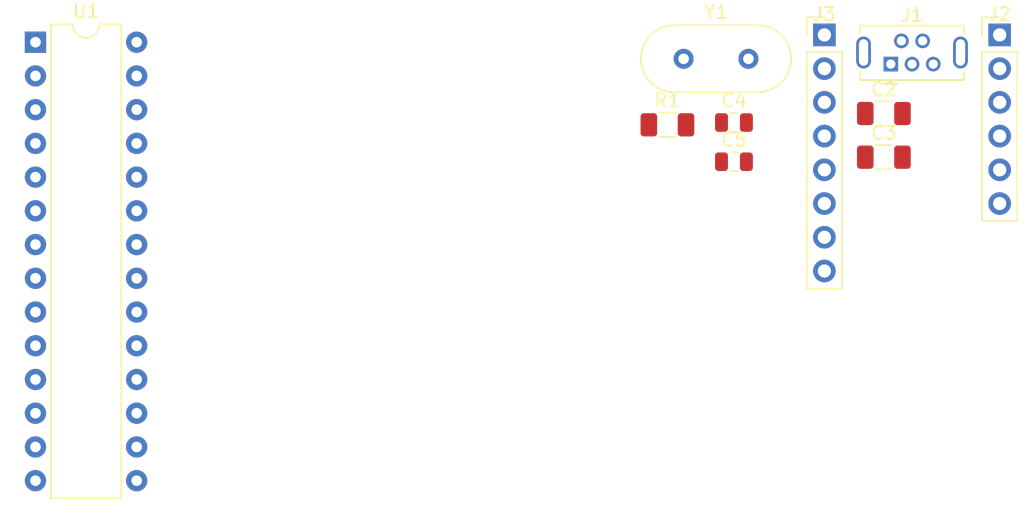
<source format=kicad_pcb>
(kicad_pcb (version 20171130) (host pcbnew "(5.1.2)-2")

  (general
    (thickness 1.6)
    (drawings 0)
    (tracks 0)
    (zones 0)
    (modules 10)
    (nets 30)
  )

  (page A4)
  (layers
    (0 F.Cu signal)
    (31 B.Cu signal)
    (32 B.Adhes user)
    (33 F.Adhes user)
    (34 B.Paste user)
    (35 F.Paste user)
    (36 B.SilkS user)
    (37 F.SilkS user)
    (38 B.Mask user)
    (39 F.Mask user)
    (40 Dwgs.User user)
    (41 Cmts.User user)
    (42 Eco1.User user)
    (43 Eco2.User user)
    (44 Edge.Cuts user)
    (45 Margin user)
    (46 B.CrtYd user)
    (47 F.CrtYd user)
    (48 B.Fab user)
    (49 F.Fab user)
  )

  (setup
    (last_trace_width 0.25)
    (trace_clearance 0.2)
    (zone_clearance 0.508)
    (zone_45_only no)
    (trace_min 0.2)
    (via_size 0.8)
    (via_drill 0.4)
    (via_min_size 0.4)
    (via_min_drill 0.3)
    (uvia_size 0.3)
    (uvia_drill 0.1)
    (uvias_allowed no)
    (uvia_min_size 0.2)
    (uvia_min_drill 0.1)
    (edge_width 0.05)
    (segment_width 0.2)
    (pcb_text_width 0.3)
    (pcb_text_size 1.5 1.5)
    (mod_edge_width 0.12)
    (mod_text_size 1 1)
    (mod_text_width 0.15)
    (pad_size 1.524 1.524)
    (pad_drill 0.762)
    (pad_to_mask_clearance 0.051)
    (solder_mask_min_width 0.25)
    (aux_axis_origin 0 0)
    (visible_elements FFFFFF7F)
    (pcbplotparams
      (layerselection 0x010fc_ffffffff)
      (usegerberextensions false)
      (usegerberattributes false)
      (usegerberadvancedattributes false)
      (creategerberjobfile false)
      (excludeedgelayer true)
      (linewidth 0.100000)
      (plotframeref false)
      (viasonmask false)
      (mode 1)
      (useauxorigin false)
      (hpglpennumber 1)
      (hpglpenspeed 20)
      (hpglpendiameter 15.000000)
      (psnegative false)
      (psa4output false)
      (plotreference true)
      (plotvalue true)
      (plotinvisibletext false)
      (padsonsilk false)
      (subtractmaskfromsilk false)
      (outputformat 1)
      (mirror false)
      (drillshape 1)
      (scaleselection 1)
      (outputdirectory ""))
  )

  (net 0 "")
  (net 1 VBUS)
  (net 2 GND)
  (net 3 "Net-(C3-Pad1)")
  (net 4 "Net-(C4-Pad1)")
  (net 5 "Net-(C5-Pad1)")
  (net 6 "Net-(J1-Pad4)")
  (net 7 "Net-(J1-Pad3)")
  (net 8 "Net-(J1-Pad2)")
  (net 9 "Net-(J2-Pad6)")
  (net 10 "Net-(J2-Pad5)")
  (net 11 "Net-(J2-Pad4)")
  (net 12 "Net-(J2-Pad1)")
  (net 13 "Net-(J3-Pad6)")
  (net 14 "Net-(J3-Pad5)")
  (net 15 "Net-(J3-Pad4)")
  (net 16 "Net-(J3-Pad3)")
  (net 17 "Net-(J3-Pad2)")
  (net 18 "Net-(J3-Pad1)")
  (net 19 "Net-(U1-Pad13)")
  (net 20 "Net-(U1-Pad12)")
  (net 21 "Net-(U1-Pad11)")
  (net 22 "Net-(U1-Pad7)")
  (net 23 "Net-(U1-Pad6)")
  (net 24 "Net-(U1-Pad5)")
  (net 25 "Net-(U1-Pad18)")
  (net 26 "Net-(U1-Pad4)")
  (net 27 "Net-(U1-Pad17)")
  (net 28 "Net-(U1-Pad3)")
  (net 29 "Net-(U1-Pad2)")

  (net_class Default "This is the default net class."
    (clearance 0.2)
    (trace_width 0.25)
    (via_dia 0.8)
    (via_drill 0.4)
    (uvia_dia 0.3)
    (uvia_drill 0.1)
    (add_net GND)
    (add_net "Net-(C3-Pad1)")
    (add_net "Net-(C4-Pad1)")
    (add_net "Net-(C5-Pad1)")
    (add_net "Net-(J1-Pad2)")
    (add_net "Net-(J1-Pad3)")
    (add_net "Net-(J1-Pad4)")
    (add_net "Net-(J2-Pad1)")
    (add_net "Net-(J2-Pad4)")
    (add_net "Net-(J2-Pad5)")
    (add_net "Net-(J2-Pad6)")
    (add_net "Net-(J3-Pad1)")
    (add_net "Net-(J3-Pad2)")
    (add_net "Net-(J3-Pad3)")
    (add_net "Net-(J3-Pad4)")
    (add_net "Net-(J3-Pad5)")
    (add_net "Net-(J3-Pad6)")
    (add_net "Net-(U1-Pad11)")
    (add_net "Net-(U1-Pad12)")
    (add_net "Net-(U1-Pad13)")
    (add_net "Net-(U1-Pad17)")
    (add_net "Net-(U1-Pad18)")
    (add_net "Net-(U1-Pad2)")
    (add_net "Net-(U1-Pad3)")
    (add_net "Net-(U1-Pad4)")
    (add_net "Net-(U1-Pad5)")
    (add_net "Net-(U1-Pad6)")
    (add_net "Net-(U1-Pad7)")
    (add_net VBUS)
  )

  (module Connector_PinHeader_2.54mm:PinHeader_1x08_P2.54mm_Vertical (layer F.Cu) (tedit 59FED5CC) (tstamp 5D4AE1BF)
    (at 114.9 49.96)
    (descr "Through hole straight pin header, 1x08, 2.54mm pitch, single row")
    (tags "Through hole pin header THT 1x08 2.54mm single row")
    (path /5D4523CB)
    (fp_text reference J3 (at 0 -1.56) (layer F.SilkS)
      (effects (font (size 1 1) (thickness 0.15)))
    )
    (fp_text value "Pad Interface" (at 0 8.56) (layer F.Fab)
      (effects (font (size 1 1) (thickness 0.15)))
    )
    (fp_text user %R (at 0 3.5 90) (layer F.Fab)
      (effects (font (size 0.76 0.76) (thickness 0.114)))
    )
    (fp_line (start 1.8 -1.8) (end -1.8 -1.8) (layer F.CrtYd) (width 0.05))
    (fp_line (start 1.8 19.55) (end 1.8 -1.8) (layer F.CrtYd) (width 0.05))
    (fp_line (start -1.8 19.55) (end 1.8 19.55) (layer F.CrtYd) (width 0.05))
    (fp_line (start -1.8 -1.8) (end -1.8 19.55) (layer F.CrtYd) (width 0.05))
    (fp_line (start -1.33 -1.33) (end 0 -1.33) (layer F.SilkS) (width 0.12))
    (fp_line (start -1.33 0) (end -1.33 -1.33) (layer F.SilkS) (width 0.12))
    (fp_line (start -1.33 1.27) (end 1.33 1.27) (layer F.SilkS) (width 0.12))
    (fp_line (start 1.33 1.27) (end 1.33 19.11) (layer F.SilkS) (width 0.12))
    (fp_line (start -1.33 1.27) (end -1.33 19.11) (layer F.SilkS) (width 0.12))
    (fp_line (start -1.33 19.11) (end 1.33 19.11) (layer F.SilkS) (width 0.12))
    (fp_line (start -1.27 -0.635) (end -0.635 -1.27) (layer F.Fab) (width 0.1))
    (fp_line (start -1.27 19.05) (end -1.27 -0.635) (layer F.Fab) (width 0.1))
    (fp_line (start 1.27 19.05) (end -1.27 19.05) (layer F.Fab) (width 0.1))
    (fp_line (start 1.27 -1.27) (end 1.27 19.05) (layer F.Fab) (width 0.1))
    (fp_line (start -0.635 -1.27) (end 1.27 -1.27) (layer F.Fab) (width 0.1))
    (pad 8 thru_hole oval (at 0 17.78) (size 1.7 1.7) (drill 1) (layers *.Cu *.Mask)
      (net 2 GND))
    (pad 7 thru_hole oval (at 0 15.24) (size 1.7 1.7) (drill 1) (layers *.Cu *.Mask)
      (net 2 GND))
    (pad 6 thru_hole oval (at 0 12.7) (size 1.7 1.7) (drill 1) (layers *.Cu *.Mask)
      (net 13 "Net-(J3-Pad6)"))
    (pad 5 thru_hole oval (at 0 10.16) (size 1.7 1.7) (drill 1) (layers *.Cu *.Mask)
      (net 14 "Net-(J3-Pad5)"))
    (pad 4 thru_hole oval (at 0 7.62) (size 1.7 1.7) (drill 1) (layers *.Cu *.Mask)
      (net 15 "Net-(J3-Pad4)"))
    (pad 3 thru_hole oval (at 0 5.08) (size 1.7 1.7) (drill 1) (layers *.Cu *.Mask)
      (net 16 "Net-(J3-Pad3)"))
    (pad 2 thru_hole oval (at 0 2.54) (size 1.7 1.7) (drill 1) (layers *.Cu *.Mask)
      (net 17 "Net-(J3-Pad2)"))
    (pad 1 thru_hole rect (at 0 0) (size 1.7 1.7) (drill 1) (layers *.Cu *.Mask)
      (net 18 "Net-(J3-Pad1)"))
    (model ${KISYS3DMOD}/Connector_PinHeader_2.54mm.3dshapes/PinHeader_1x08_P2.54mm_Vertical.wrl
      (at (xyz 0 0 0))
      (scale (xyz 1 1 1))
      (rotate (xyz 0 0 0))
    )
  )

  (module Connector_PinHeader_2.54mm:PinHeader_1x06_P2.54mm_Vertical (layer F.Cu) (tedit 59FED5CC) (tstamp 5D4AE1A1)
    (at 128.1 49.96)
    (descr "Through hole straight pin header, 1x06, 2.54mm pitch, single row")
    (tags "Through hole pin header THT 1x06 2.54mm single row")
    (path /5D43E2B2)
    (fp_text reference J2 (at 0 -1.56) (layer F.SilkS)
      (effects (font (size 1 1) (thickness 0.15)))
    )
    (fp_text value ICSP (at 0 6.56) (layer F.Fab)
      (effects (font (size 1 1) (thickness 0.15)))
    )
    (fp_text user %R (at 0 2.5 90) (layer F.Fab)
      (effects (font (size 0.76 0.76) (thickness 0.114)))
    )
    (fp_line (start 1.8 -1.8) (end -1.8 -1.8) (layer F.CrtYd) (width 0.05))
    (fp_line (start 1.8 14.5) (end 1.8 -1.8) (layer F.CrtYd) (width 0.05))
    (fp_line (start -1.8 14.5) (end 1.8 14.5) (layer F.CrtYd) (width 0.05))
    (fp_line (start -1.8 -1.8) (end -1.8 14.5) (layer F.CrtYd) (width 0.05))
    (fp_line (start -1.33 -1.33) (end 0 -1.33) (layer F.SilkS) (width 0.12))
    (fp_line (start -1.33 0) (end -1.33 -1.33) (layer F.SilkS) (width 0.12))
    (fp_line (start -1.33 1.27) (end 1.33 1.27) (layer F.SilkS) (width 0.12))
    (fp_line (start 1.33 1.27) (end 1.33 14.03) (layer F.SilkS) (width 0.12))
    (fp_line (start -1.33 1.27) (end -1.33 14.03) (layer F.SilkS) (width 0.12))
    (fp_line (start -1.33 14.03) (end 1.33 14.03) (layer F.SilkS) (width 0.12))
    (fp_line (start -1.27 -0.635) (end -0.635 -1.27) (layer F.Fab) (width 0.1))
    (fp_line (start -1.27 13.97) (end -1.27 -0.635) (layer F.Fab) (width 0.1))
    (fp_line (start 1.27 13.97) (end -1.27 13.97) (layer F.Fab) (width 0.1))
    (fp_line (start 1.27 -1.27) (end 1.27 13.97) (layer F.Fab) (width 0.1))
    (fp_line (start -0.635 -1.27) (end 1.27 -1.27) (layer F.Fab) (width 0.1))
    (pad 6 thru_hole oval (at 0 12.7) (size 1.7 1.7) (drill 1) (layers *.Cu *.Mask)
      (net 9 "Net-(J2-Pad6)"))
    (pad 5 thru_hole oval (at 0 10.16) (size 1.7 1.7) (drill 1) (layers *.Cu *.Mask)
      (net 10 "Net-(J2-Pad5)"))
    (pad 4 thru_hole oval (at 0 7.62) (size 1.7 1.7) (drill 1) (layers *.Cu *.Mask)
      (net 11 "Net-(J2-Pad4)"))
    (pad 3 thru_hole oval (at 0 5.08) (size 1.7 1.7) (drill 1) (layers *.Cu *.Mask)
      (net 2 GND))
    (pad 2 thru_hole oval (at 0 2.54) (size 1.7 1.7) (drill 1) (layers *.Cu *.Mask)
      (net 1 VBUS))
    (pad 1 thru_hole rect (at 0 0) (size 1.7 1.7) (drill 1) (layers *.Cu *.Mask)
      (net 12 "Net-(J2-Pad1)"))
    (model ${KISYS3DMOD}/Connector_PinHeader_2.54mm.3dshapes/PinHeader_1x06_P2.54mm_Vertical.wrl
      (at (xyz 0 0 0))
      (scale (xyz 1 1 1))
      (rotate (xyz 0 0 0))
    )
  )

  (module Crystal:Crystal_HC49-U_Vertical (layer F.Cu) (tedit 5A1AD3B8) (tstamp 5D4AE217)
    (at 104.3 51.76)
    (descr "Crystal THT HC-49/U http://5hertz.com/pdfs/04404_D.pdf")
    (tags "THT crystalHC-49/U")
    (path /5D48C585)
    (fp_text reference Y1 (at 2.44 -3.525) (layer F.SilkS)
      (effects (font (size 1 1) (thickness 0.15)))
    )
    (fp_text value "12 MHz" (at 2.44 3.525) (layer F.Fab)
      (effects (font (size 1 1) (thickness 0.15)))
    )
    (fp_arc (start 5.565 0) (end 5.565 -2.525) (angle 180) (layer F.SilkS) (width 0.12))
    (fp_arc (start -0.685 0) (end -0.685 -2.525) (angle -180) (layer F.SilkS) (width 0.12))
    (fp_arc (start 5.44 0) (end 5.44 -2) (angle 180) (layer F.Fab) (width 0.1))
    (fp_arc (start -0.56 0) (end -0.56 -2) (angle -180) (layer F.Fab) (width 0.1))
    (fp_arc (start 5.565 0) (end 5.565 -2.325) (angle 180) (layer F.Fab) (width 0.1))
    (fp_arc (start -0.685 0) (end -0.685 -2.325) (angle -180) (layer F.Fab) (width 0.1))
    (fp_line (start 8.4 -2.8) (end -3.5 -2.8) (layer F.CrtYd) (width 0.05))
    (fp_line (start 8.4 2.8) (end 8.4 -2.8) (layer F.CrtYd) (width 0.05))
    (fp_line (start -3.5 2.8) (end 8.4 2.8) (layer F.CrtYd) (width 0.05))
    (fp_line (start -3.5 -2.8) (end -3.5 2.8) (layer F.CrtYd) (width 0.05))
    (fp_line (start -0.685 2.525) (end 5.565 2.525) (layer F.SilkS) (width 0.12))
    (fp_line (start -0.685 -2.525) (end 5.565 -2.525) (layer F.SilkS) (width 0.12))
    (fp_line (start -0.56 2) (end 5.44 2) (layer F.Fab) (width 0.1))
    (fp_line (start -0.56 -2) (end 5.44 -2) (layer F.Fab) (width 0.1))
    (fp_line (start -0.685 2.325) (end 5.565 2.325) (layer F.Fab) (width 0.1))
    (fp_line (start -0.685 -2.325) (end 5.565 -2.325) (layer F.Fab) (width 0.1))
    (fp_text user %R (at 2.44 0) (layer F.Fab)
      (effects (font (size 1 1) (thickness 0.15)))
    )
    (pad 2 thru_hole circle (at 4.88 0) (size 1.5 1.5) (drill 0.8) (layers *.Cu *.Mask)
      (net 4 "Net-(C4-Pad1)"))
    (pad 1 thru_hole circle (at 0 0) (size 1.5 1.5) (drill 0.8) (layers *.Cu *.Mask)
      (net 5 "Net-(C5-Pad1)"))
    (model ${KISYS3DMOD}/Crystal.3dshapes/Crystal_HC49-U_Vertical.wrl
      (at (xyz 0 0 0))
      (scale (xyz 1 1 1))
      (rotate (xyz 0 0 0))
    )
  )

  (module Package_DIP:DIP-28_W7.62mm (layer F.Cu) (tedit 5A02E8C5) (tstamp 5D4AE200)
    (at 55.49 50.51)
    (descr "28-lead though-hole mounted DIP package, row spacing 7.62 mm (300 mils)")
    (tags "THT DIP DIL PDIP 2.54mm 7.62mm 300mil")
    (path /5D3FCD9F)
    (fp_text reference U1 (at 3.81 -2.33) (layer F.SilkS)
      (effects (font (size 1 1) (thickness 0.15)))
    )
    (fp_text value PIC18F2550-ISP (at 3.81 35.35) (layer F.Fab)
      (effects (font (size 1 1) (thickness 0.15)))
    )
    (fp_text user %R (at 3.81 16.51) (layer F.Fab)
      (effects (font (size 1 1) (thickness 0.15)))
    )
    (fp_line (start 8.7 -1.55) (end -1.1 -1.55) (layer F.CrtYd) (width 0.05))
    (fp_line (start 8.7 34.55) (end 8.7 -1.55) (layer F.CrtYd) (width 0.05))
    (fp_line (start -1.1 34.55) (end 8.7 34.55) (layer F.CrtYd) (width 0.05))
    (fp_line (start -1.1 -1.55) (end -1.1 34.55) (layer F.CrtYd) (width 0.05))
    (fp_line (start 6.46 -1.33) (end 4.81 -1.33) (layer F.SilkS) (width 0.12))
    (fp_line (start 6.46 34.35) (end 6.46 -1.33) (layer F.SilkS) (width 0.12))
    (fp_line (start 1.16 34.35) (end 6.46 34.35) (layer F.SilkS) (width 0.12))
    (fp_line (start 1.16 -1.33) (end 1.16 34.35) (layer F.SilkS) (width 0.12))
    (fp_line (start 2.81 -1.33) (end 1.16 -1.33) (layer F.SilkS) (width 0.12))
    (fp_line (start 0.635 -0.27) (end 1.635 -1.27) (layer F.Fab) (width 0.1))
    (fp_line (start 0.635 34.29) (end 0.635 -0.27) (layer F.Fab) (width 0.1))
    (fp_line (start 6.985 34.29) (end 0.635 34.29) (layer F.Fab) (width 0.1))
    (fp_line (start 6.985 -1.27) (end 6.985 34.29) (layer F.Fab) (width 0.1))
    (fp_line (start 1.635 -1.27) (end 6.985 -1.27) (layer F.Fab) (width 0.1))
    (fp_arc (start 3.81 -1.33) (end 2.81 -1.33) (angle -180) (layer F.SilkS) (width 0.12))
    (pad 28 thru_hole oval (at 7.62 0) (size 1.6 1.6) (drill 0.8) (layers *.Cu *.Mask)
      (net 11 "Net-(J2-Pad4)"))
    (pad 14 thru_hole oval (at 0 33.02) (size 1.6 1.6) (drill 0.8) (layers *.Cu *.Mask)
      (net 3 "Net-(C3-Pad1)"))
    (pad 27 thru_hole oval (at 7.62 2.54) (size 1.6 1.6) (drill 0.8) (layers *.Cu *.Mask)
      (net 10 "Net-(J2-Pad5)"))
    (pad 13 thru_hole oval (at 0 30.48) (size 1.6 1.6) (drill 0.8) (layers *.Cu *.Mask)
      (net 19 "Net-(U1-Pad13)"))
    (pad 26 thru_hole oval (at 7.62 5.08) (size 1.6 1.6) (drill 0.8) (layers *.Cu *.Mask)
      (net 13 "Net-(J3-Pad6)"))
    (pad 12 thru_hole oval (at 0 27.94) (size 1.6 1.6) (drill 0.8) (layers *.Cu *.Mask)
      (net 20 "Net-(U1-Pad12)"))
    (pad 25 thru_hole oval (at 7.62 7.62) (size 1.6 1.6) (drill 0.8) (layers *.Cu *.Mask)
      (net 14 "Net-(J3-Pad5)"))
    (pad 11 thru_hole oval (at 0 25.4) (size 1.6 1.6) (drill 0.8) (layers *.Cu *.Mask)
      (net 21 "Net-(U1-Pad11)"))
    (pad 24 thru_hole oval (at 7.62 10.16) (size 1.6 1.6) (drill 0.8) (layers *.Cu *.Mask)
      (net 15 "Net-(J3-Pad4)"))
    (pad 10 thru_hole oval (at 0 22.86) (size 1.6 1.6) (drill 0.8) (layers *.Cu *.Mask)
      (net 4 "Net-(C4-Pad1)"))
    (pad 23 thru_hole oval (at 7.62 12.7) (size 1.6 1.6) (drill 0.8) (layers *.Cu *.Mask)
      (net 16 "Net-(J3-Pad3)"))
    (pad 9 thru_hole oval (at 0 20.32) (size 1.6 1.6) (drill 0.8) (layers *.Cu *.Mask)
      (net 5 "Net-(C5-Pad1)"))
    (pad 22 thru_hole oval (at 7.62 15.24) (size 1.6 1.6) (drill 0.8) (layers *.Cu *.Mask)
      (net 17 "Net-(J3-Pad2)"))
    (pad 8 thru_hole oval (at 0 17.78) (size 1.6 1.6) (drill 0.8) (layers *.Cu *.Mask)
      (net 2 GND))
    (pad 21 thru_hole oval (at 7.62 17.78) (size 1.6 1.6) (drill 0.8) (layers *.Cu *.Mask)
      (net 18 "Net-(J3-Pad1)"))
    (pad 7 thru_hole oval (at 0 15.24) (size 1.6 1.6) (drill 0.8) (layers *.Cu *.Mask)
      (net 22 "Net-(U1-Pad7)"))
    (pad 20 thru_hole oval (at 7.62 20.32) (size 1.6 1.6) (drill 0.8) (layers *.Cu *.Mask)
      (net 1 VBUS))
    (pad 6 thru_hole oval (at 0 12.7) (size 1.6 1.6) (drill 0.8) (layers *.Cu *.Mask)
      (net 23 "Net-(U1-Pad6)"))
    (pad 19 thru_hole oval (at 7.62 22.86) (size 1.6 1.6) (drill 0.8) (layers *.Cu *.Mask)
      (net 2 GND))
    (pad 5 thru_hole oval (at 0 10.16) (size 1.6 1.6) (drill 0.8) (layers *.Cu *.Mask)
      (net 24 "Net-(U1-Pad5)"))
    (pad 18 thru_hole oval (at 7.62 25.4) (size 1.6 1.6) (drill 0.8) (layers *.Cu *.Mask)
      (net 25 "Net-(U1-Pad18)"))
    (pad 4 thru_hole oval (at 0 7.62) (size 1.6 1.6) (drill 0.8) (layers *.Cu *.Mask)
      (net 26 "Net-(U1-Pad4)"))
    (pad 17 thru_hole oval (at 7.62 27.94) (size 1.6 1.6) (drill 0.8) (layers *.Cu *.Mask)
      (net 27 "Net-(U1-Pad17)"))
    (pad 3 thru_hole oval (at 0 5.08) (size 1.6 1.6) (drill 0.8) (layers *.Cu *.Mask)
      (net 28 "Net-(U1-Pad3)"))
    (pad 16 thru_hole oval (at 7.62 30.48) (size 1.6 1.6) (drill 0.8) (layers *.Cu *.Mask)
      (net 7 "Net-(J1-Pad3)"))
    (pad 2 thru_hole oval (at 0 2.54) (size 1.6 1.6) (drill 0.8) (layers *.Cu *.Mask)
      (net 29 "Net-(U1-Pad2)"))
    (pad 15 thru_hole oval (at 7.62 33.02) (size 1.6 1.6) (drill 0.8) (layers *.Cu *.Mask)
      (net 8 "Net-(J1-Pad2)"))
    (pad 1 thru_hole rect (at 0 0) (size 1.6 1.6) (drill 0.8) (layers *.Cu *.Mask)
      (net 12 "Net-(J2-Pad1)"))
    (model ${KISYS3DMOD}/Package_DIP.3dshapes/DIP-28_W7.62mm.wrl
      (at (xyz 0 0 0))
      (scale (xyz 1 1 1))
      (rotate (xyz 0 0 0))
    )
  )

  (module Resistor_SMD:R_1206_3216Metric (layer F.Cu) (tedit 5B301BBD) (tstamp 5D4AE1D0)
    (at 103.08 56.73)
    (descr "Resistor SMD 1206 (3216 Metric), square (rectangular) end terminal, IPC_7351 nominal, (Body size source: http://www.tortai-tech.com/upload/download/2011102023233369053.pdf), generated with kicad-footprint-generator")
    (tags resistor)
    (path /5D441861)
    (attr smd)
    (fp_text reference R1 (at 0 -1.82) (layer F.SilkS)
      (effects (font (size 1 1) (thickness 0.15)))
    )
    (fp_text value 10k (at 0 1.82) (layer F.Fab)
      (effects (font (size 1 1) (thickness 0.15)))
    )
    (fp_text user %R (at 0 0) (layer F.Fab)
      (effects (font (size 0.8 0.8) (thickness 0.12)))
    )
    (fp_line (start 2.28 1.12) (end -2.28 1.12) (layer F.CrtYd) (width 0.05))
    (fp_line (start 2.28 -1.12) (end 2.28 1.12) (layer F.CrtYd) (width 0.05))
    (fp_line (start -2.28 -1.12) (end 2.28 -1.12) (layer F.CrtYd) (width 0.05))
    (fp_line (start -2.28 1.12) (end -2.28 -1.12) (layer F.CrtYd) (width 0.05))
    (fp_line (start -0.602064 0.91) (end 0.602064 0.91) (layer F.SilkS) (width 0.12))
    (fp_line (start -0.602064 -0.91) (end 0.602064 -0.91) (layer F.SilkS) (width 0.12))
    (fp_line (start 1.6 0.8) (end -1.6 0.8) (layer F.Fab) (width 0.1))
    (fp_line (start 1.6 -0.8) (end 1.6 0.8) (layer F.Fab) (width 0.1))
    (fp_line (start -1.6 -0.8) (end 1.6 -0.8) (layer F.Fab) (width 0.1))
    (fp_line (start -1.6 0.8) (end -1.6 -0.8) (layer F.Fab) (width 0.1))
    (pad 2 smd roundrect (at 1.4 0) (size 1.25 1.75) (layers F.Cu F.Paste F.Mask) (roundrect_rratio 0.2)
      (net 12 "Net-(J2-Pad1)"))
    (pad 1 smd roundrect (at -1.4 0) (size 1.25 1.75) (layers F.Cu F.Paste F.Mask) (roundrect_rratio 0.2)
      (net 1 VBUS))
    (model ${KISYS3DMOD}/Resistor_SMD.3dshapes/R_1206_3216Metric.wrl
      (at (xyz 0 0 0))
      (scale (xyz 1 1 1))
      (rotate (xyz 0 0 0))
    )
  )

  (module Connector_USB:USB_Mini-B_Tensility_54-00023_Vertical (layer F.Cu) (tedit 5A24F112) (tstamp 5D4AE185)
    (at 119.9 52.16)
    (descr http://www.tensility.com/pdffiles/54-00023.pdf)
    (tags "usb mini receptacle vertical")
    (path /5D43EC57)
    (fp_text reference J1 (at 1.6 -3.7) (layer F.SilkS)
      (effects (font (size 1 1) (thickness 0.15)))
    )
    (fp_text value USB_B_Mini (at 1.5 2.2) (layer F.Fab)
      (effects (font (size 1 1) (thickness 0.15)))
    )
    (fp_line (start 5.5 -2.9) (end 5.5 -2.3) (layer F.SilkS) (width 0.15))
    (fp_text user %R (at 1.5 -1) (layer F.Fab)
      (effects (font (size 1 1) (thickness 0.15)))
    )
    (fp_line (start 6 -3.2) (end -2.8 -3.2) (layer F.CrtYd) (width 0.05))
    (fp_line (start 6 1.5) (end 6 -3.2) (layer F.CrtYd) (width 0.05))
    (fp_line (start -2.8 1.5) (end 6 1.5) (layer F.CrtYd) (width 0.05))
    (fp_line (start -2.8 -3.2) (end -2.8 1.5) (layer F.CrtYd) (width 0.05))
    (fp_line (start -2.3 -2.3) (end -2.3 -2.9) (layer F.SilkS) (width 0.15))
    (fp_line (start 5.5 1.2) (end 5.5 0.6) (layer F.SilkS) (width 0.15))
    (fp_line (start -2.3 1.2) (end 5.5 1.2) (layer F.SilkS) (width 0.15))
    (fp_line (start -2.3 0.6) (end -2.3 1.2) (layer F.SilkS) (width 0.15))
    (fp_line (start -2.3 -2.9) (end 5.5 -2.9) (layer F.SilkS) (width 0.15))
    (fp_line (start -2 0.9) (end -2 -2.6) (layer F.Fab) (width 0.15))
    (fp_line (start 5.2 -2.6) (end -2 -2.6) (layer F.Fab) (width 0.15))
    (fp_line (start 5.2 -2.6) (end 5.2 0.9) (layer F.Fab) (width 0.15))
    (fp_line (start 0.7 0.9) (end 5.2 0.9) (layer F.Fab) (width 0.15))
    (fp_line (start 0 0.2) (end 0.7 0.9) (layer F.Fab) (width 0.15))
    (fp_line (start -0.7 0.9) (end 0 0.2) (layer F.Fab) (width 0.15))
    (fp_line (start -2 0.9) (end -0.7 0.9) (layer F.Fab) (width 0.15))
    (fp_line (start -0.5 1.5) (end 0.5 1.5) (layer F.SilkS) (width 0.15))
    (pad 6 thru_hole oval (at 5.25 -0.875) (size 1.1 2.4) (drill oval 0.7 2) (layers *.Cu *.Mask)
      (net 2 GND))
    (pad 6 thru_hole oval (at -2.05 -0.875) (size 1.1 2.4) (drill oval 0.7 2) (layers *.Cu *.Mask)
      (net 2 GND))
    (pad 5 thru_hole circle (at 3.2 0) (size 1.1 1.1) (drill 0.7) (layers *.Cu *.Mask)
      (net 2 GND))
    (pad 4 thru_hole circle (at 2.4 -1.75) (size 1.1 1.1) (drill 0.7) (layers *.Cu *.Mask)
      (net 6 "Net-(J1-Pad4)"))
    (pad 3 thru_hole circle (at 1.6 0) (size 1.1 1.1) (drill 0.7) (layers *.Cu *.Mask)
      (net 7 "Net-(J1-Pad3)"))
    (pad 2 thru_hole circle (at 0.8 -1.75) (size 1.1 1.1) (drill 0.7) (layers *.Cu *.Mask)
      (net 8 "Net-(J1-Pad2)"))
    (pad 1 thru_hole rect (at 0 0) (size 1.1 1.1) (drill 0.7) (layers *.Cu *.Mask)
      (net 1 VBUS))
    (model ${KISYS3DMOD}/Connector_USB.3dshapes/USB_Mini-B_Tensility_54-00023_Vertical.wrl
      (at (xyz 0 0 0))
      (scale (xyz 1 1 1))
      (rotate (xyz 0 0 0))
    )
  )

  (module Capacitor_SMD:C_0805_2012Metric (layer F.Cu) (tedit 5B36C52B) (tstamp 5D4AE167)
    (at 108.09 59.51)
    (descr "Capacitor SMD 0805 (2012 Metric), square (rectangular) end terminal, IPC_7351 nominal, (Body size source: https://docs.google.com/spreadsheets/d/1BsfQQcO9C6DZCsRaXUlFlo91Tg2WpOkGARC1WS5S8t0/edit?usp=sharing), generated with kicad-footprint-generator")
    (tags capacitor)
    (path /5D44EC47)
    (attr smd)
    (fp_text reference C5 (at 0 -1.65) (layer F.SilkS)
      (effects (font (size 1 1) (thickness 0.15)))
    )
    (fp_text value 22pF (at 0 1.65) (layer F.Fab)
      (effects (font (size 1 1) (thickness 0.15)))
    )
    (fp_text user %R (at 0 0) (layer F.Fab)
      (effects (font (size 0.5 0.5) (thickness 0.08)))
    )
    (fp_line (start 1.68 0.95) (end -1.68 0.95) (layer F.CrtYd) (width 0.05))
    (fp_line (start 1.68 -0.95) (end 1.68 0.95) (layer F.CrtYd) (width 0.05))
    (fp_line (start -1.68 -0.95) (end 1.68 -0.95) (layer F.CrtYd) (width 0.05))
    (fp_line (start -1.68 0.95) (end -1.68 -0.95) (layer F.CrtYd) (width 0.05))
    (fp_line (start -0.258578 0.71) (end 0.258578 0.71) (layer F.SilkS) (width 0.12))
    (fp_line (start -0.258578 -0.71) (end 0.258578 -0.71) (layer F.SilkS) (width 0.12))
    (fp_line (start 1 0.6) (end -1 0.6) (layer F.Fab) (width 0.1))
    (fp_line (start 1 -0.6) (end 1 0.6) (layer F.Fab) (width 0.1))
    (fp_line (start -1 -0.6) (end 1 -0.6) (layer F.Fab) (width 0.1))
    (fp_line (start -1 0.6) (end -1 -0.6) (layer F.Fab) (width 0.1))
    (pad 2 smd roundrect (at 0.9375 0) (size 0.975 1.4) (layers F.Cu F.Paste F.Mask) (roundrect_rratio 0.25)
      (net 2 GND))
    (pad 1 smd roundrect (at -0.9375 0) (size 0.975 1.4) (layers F.Cu F.Paste F.Mask) (roundrect_rratio 0.25)
      (net 5 "Net-(C5-Pad1)"))
    (model ${KISYS3DMOD}/Capacitor_SMD.3dshapes/C_0805_2012Metric.wrl
      (at (xyz 0 0 0))
      (scale (xyz 1 1 1))
      (rotate (xyz 0 0 0))
    )
  )

  (module Capacitor_SMD:C_0805_2012Metric (layer F.Cu) (tedit 5B36C52B) (tstamp 5D4AE156)
    (at 108.09 56.56)
    (descr "Capacitor SMD 0805 (2012 Metric), square (rectangular) end terminal, IPC_7351 nominal, (Body size source: https://docs.google.com/spreadsheets/d/1BsfQQcO9C6DZCsRaXUlFlo91Tg2WpOkGARC1WS5S8t0/edit?usp=sharing), generated with kicad-footprint-generator")
    (tags capacitor)
    (path /5D44E028)
    (attr smd)
    (fp_text reference C4 (at 0 -1.65) (layer F.SilkS)
      (effects (font (size 1 1) (thickness 0.15)))
    )
    (fp_text value 22pF (at 0 1.65) (layer F.Fab)
      (effects (font (size 1 1) (thickness 0.15)))
    )
    (fp_text user %R (at 0 0) (layer F.Fab)
      (effects (font (size 0.5 0.5) (thickness 0.08)))
    )
    (fp_line (start 1.68 0.95) (end -1.68 0.95) (layer F.CrtYd) (width 0.05))
    (fp_line (start 1.68 -0.95) (end 1.68 0.95) (layer F.CrtYd) (width 0.05))
    (fp_line (start -1.68 -0.95) (end 1.68 -0.95) (layer F.CrtYd) (width 0.05))
    (fp_line (start -1.68 0.95) (end -1.68 -0.95) (layer F.CrtYd) (width 0.05))
    (fp_line (start -0.258578 0.71) (end 0.258578 0.71) (layer F.SilkS) (width 0.12))
    (fp_line (start -0.258578 -0.71) (end 0.258578 -0.71) (layer F.SilkS) (width 0.12))
    (fp_line (start 1 0.6) (end -1 0.6) (layer F.Fab) (width 0.1))
    (fp_line (start 1 -0.6) (end 1 0.6) (layer F.Fab) (width 0.1))
    (fp_line (start -1 -0.6) (end 1 -0.6) (layer F.Fab) (width 0.1))
    (fp_line (start -1 0.6) (end -1 -0.6) (layer F.Fab) (width 0.1))
    (pad 2 smd roundrect (at 0.9375 0) (size 0.975 1.4) (layers F.Cu F.Paste F.Mask) (roundrect_rratio 0.25)
      (net 2 GND))
    (pad 1 smd roundrect (at -0.9375 0) (size 0.975 1.4) (layers F.Cu F.Paste F.Mask) (roundrect_rratio 0.25)
      (net 4 "Net-(C4-Pad1)"))
    (model ${KISYS3DMOD}/Capacitor_SMD.3dshapes/C_0805_2012Metric.wrl
      (at (xyz 0 0 0))
      (scale (xyz 1 1 1))
      (rotate (xyz 0 0 0))
    )
  )

  (module Capacitor_SMD:C_1206_3216Metric (layer F.Cu) (tedit 5B301BBE) (tstamp 5D4AE145)
    (at 119.38 59.17)
    (descr "Capacitor SMD 1206 (3216 Metric), square (rectangular) end terminal, IPC_7351 nominal, (Body size source: http://www.tortai-tech.com/upload/download/2011102023233369053.pdf), generated with kicad-footprint-generator")
    (tags capacitor)
    (path /5D408360)
    (attr smd)
    (fp_text reference C3 (at 0 -1.82) (layer F.SilkS)
      (effects (font (size 1 1) (thickness 0.15)))
    )
    (fp_text value 220nF (at 0 1.82) (layer F.Fab)
      (effects (font (size 1 1) (thickness 0.15)))
    )
    (fp_text user %R (at 0 0) (layer F.Fab)
      (effects (font (size 0.8 0.8) (thickness 0.12)))
    )
    (fp_line (start 2.28 1.12) (end -2.28 1.12) (layer F.CrtYd) (width 0.05))
    (fp_line (start 2.28 -1.12) (end 2.28 1.12) (layer F.CrtYd) (width 0.05))
    (fp_line (start -2.28 -1.12) (end 2.28 -1.12) (layer F.CrtYd) (width 0.05))
    (fp_line (start -2.28 1.12) (end -2.28 -1.12) (layer F.CrtYd) (width 0.05))
    (fp_line (start -0.602064 0.91) (end 0.602064 0.91) (layer F.SilkS) (width 0.12))
    (fp_line (start -0.602064 -0.91) (end 0.602064 -0.91) (layer F.SilkS) (width 0.12))
    (fp_line (start 1.6 0.8) (end -1.6 0.8) (layer F.Fab) (width 0.1))
    (fp_line (start 1.6 -0.8) (end 1.6 0.8) (layer F.Fab) (width 0.1))
    (fp_line (start -1.6 -0.8) (end 1.6 -0.8) (layer F.Fab) (width 0.1))
    (fp_line (start -1.6 0.8) (end -1.6 -0.8) (layer F.Fab) (width 0.1))
    (pad 2 smd roundrect (at 1.4 0) (size 1.25 1.75) (layers F.Cu F.Paste F.Mask) (roundrect_rratio 0.2)
      (net 2 GND))
    (pad 1 smd roundrect (at -1.4 0) (size 1.25 1.75) (layers F.Cu F.Paste F.Mask) (roundrect_rratio 0.2)
      (net 3 "Net-(C3-Pad1)"))
    (model ${KISYS3DMOD}/Capacitor_SMD.3dshapes/C_1206_3216Metric.wrl
      (at (xyz 0 0 0))
      (scale (xyz 1 1 1))
      (rotate (xyz 0 0 0))
    )
  )

  (module Capacitor_SMD:C_1206_3216Metric (layer F.Cu) (tedit 5B301BBE) (tstamp 5D4AE134)
    (at 119.38 55.88)
    (descr "Capacitor SMD 1206 (3216 Metric), square (rectangular) end terminal, IPC_7351 nominal, (Body size source: http://www.tortai-tech.com/upload/download/2011102023233369053.pdf), generated with kicad-footprint-generator")
    (tags capacitor)
    (path /5D3FFB7B)
    (attr smd)
    (fp_text reference C2 (at 0 -1.82) (layer F.SilkS)
      (effects (font (size 1 1) (thickness 0.15)))
    )
    (fp_text value 0.1uF (at 0 1.82) (layer F.Fab)
      (effects (font (size 1 1) (thickness 0.15)))
    )
    (fp_text user %R (at 0 0) (layer F.Fab)
      (effects (font (size 0.8 0.8) (thickness 0.12)))
    )
    (fp_line (start 2.28 1.12) (end -2.28 1.12) (layer F.CrtYd) (width 0.05))
    (fp_line (start 2.28 -1.12) (end 2.28 1.12) (layer F.CrtYd) (width 0.05))
    (fp_line (start -2.28 -1.12) (end 2.28 -1.12) (layer F.CrtYd) (width 0.05))
    (fp_line (start -2.28 1.12) (end -2.28 -1.12) (layer F.CrtYd) (width 0.05))
    (fp_line (start -0.602064 0.91) (end 0.602064 0.91) (layer F.SilkS) (width 0.12))
    (fp_line (start -0.602064 -0.91) (end 0.602064 -0.91) (layer F.SilkS) (width 0.12))
    (fp_line (start 1.6 0.8) (end -1.6 0.8) (layer F.Fab) (width 0.1))
    (fp_line (start 1.6 -0.8) (end 1.6 0.8) (layer F.Fab) (width 0.1))
    (fp_line (start -1.6 -0.8) (end 1.6 -0.8) (layer F.Fab) (width 0.1))
    (fp_line (start -1.6 0.8) (end -1.6 -0.8) (layer F.Fab) (width 0.1))
    (pad 2 smd roundrect (at 1.4 0) (size 1.25 1.75) (layers F.Cu F.Paste F.Mask) (roundrect_rratio 0.2)
      (net 1 VBUS))
    (pad 1 smd roundrect (at -1.4 0) (size 1.25 1.75) (layers F.Cu F.Paste F.Mask) (roundrect_rratio 0.2)
      (net 2 GND))
    (model ${KISYS3DMOD}/Capacitor_SMD.3dshapes/C_1206_3216Metric.wrl
      (at (xyz 0 0 0))
      (scale (xyz 1 1 1))
      (rotate (xyz 0 0 0))
    )
  )

)

</source>
